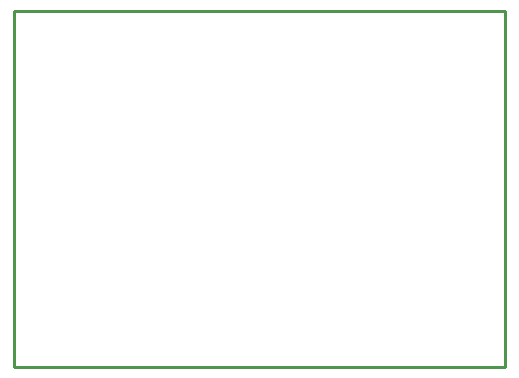
<source format=gbr>
G04 EAGLE Gerber X2 export*
%TF.Part,Single*%
%TF.FileFunction,Profile,NP*%
%TF.FilePolarity,Positive*%
%TF.GenerationSoftware,Autodesk,EAGLE,8.7.0*%
%TF.CreationDate,2021-03-05T05:17:05Z*%
G75*
%MOMM*%
%FSLAX34Y34*%
%LPD*%
%AMOC8*
5,1,8,0,0,1.08239X$1,22.5*%
G01*
%ADD10C,0.254000*%


D10*
X0Y0D02*
X415800Y0D01*
X415800Y302160D01*
X0Y302160D01*
X0Y0D01*
M02*

</source>
